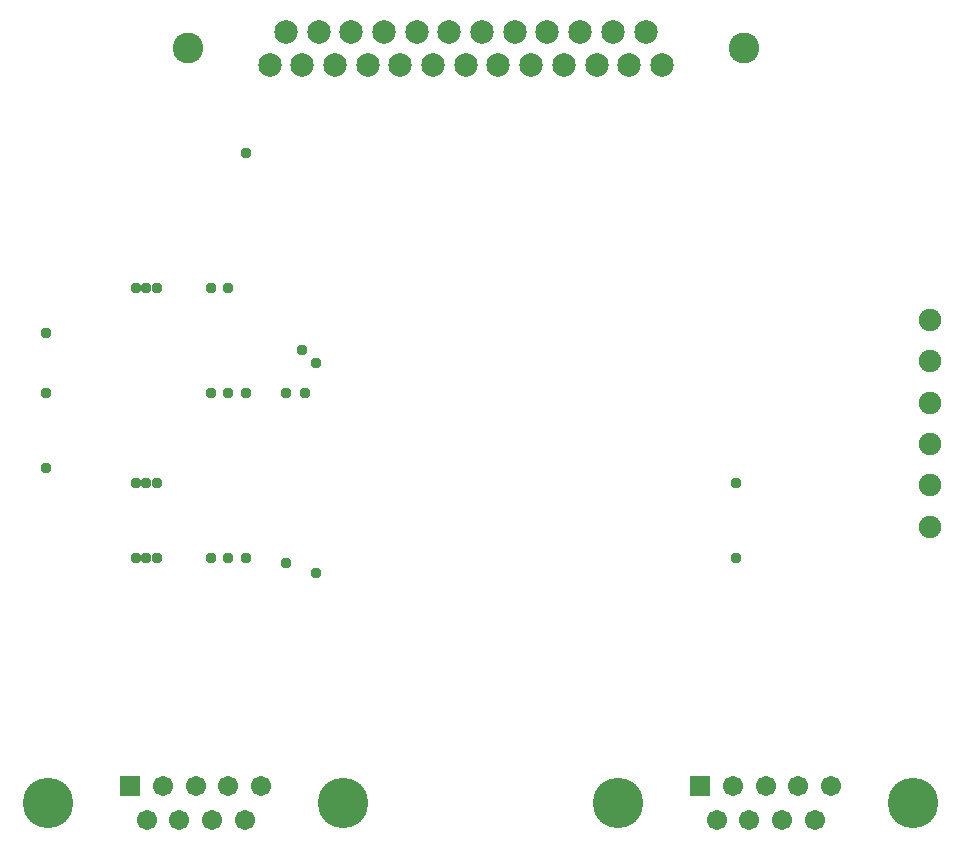
<source format=gbr>
G04 EAGLE Gerber RS-274X export*
G75*
%MOMM*%
%FSLAX34Y34*%
%LPD*%
%INSoldermask Bottom*%
%IPPOS*%
%AMOC8*
5,1,8,0,0,1.08239X$1,22.5*%
G01*
%ADD10C,1.993900*%
%ADD11C,2.603500*%
%ADD12C,1.711200*%
%ADD13R,1.711200X1.711200*%
%ADD14C,4.269200*%
%ADD15C,1.903200*%
%ADD16C,0.959600*%


D10*
X431800Y912876D03*
X404114Y912876D03*
X376428Y912876D03*
X348742Y912876D03*
X321056Y912876D03*
X293370Y912876D03*
X265684Y912876D03*
X459486Y912876D03*
X487172Y912876D03*
X514858Y912876D03*
X542544Y912876D03*
X570230Y912876D03*
X597916Y912876D03*
X279527Y941324D03*
X307213Y941324D03*
X334899Y941324D03*
X362585Y941324D03*
X390271Y941324D03*
X417957Y941324D03*
X445643Y941324D03*
X473329Y941324D03*
X501015Y941324D03*
X528701Y941324D03*
X556387Y941324D03*
X584073Y941324D03*
D11*
X667004Y927100D03*
X196596Y927100D03*
D12*
X161650Y274090D03*
X189350Y274090D03*
X217050Y274090D03*
X244750Y274090D03*
X258600Y302490D03*
X230900Y302490D03*
X203200Y302490D03*
X175500Y302490D03*
D13*
X147800Y302490D03*
D14*
X78250Y288290D03*
X328150Y288290D03*
D12*
X644250Y274090D03*
X671950Y274090D03*
X699650Y274090D03*
X727350Y274090D03*
X741200Y302490D03*
X713500Y302490D03*
X685800Y302490D03*
X658100Y302490D03*
D13*
X630400Y302490D03*
D14*
X560850Y288290D03*
X810750Y288290D03*
D15*
X824500Y697100D03*
X824500Y662100D03*
X824500Y627100D03*
X824500Y592100D03*
X824500Y557100D03*
X824500Y522100D03*
D16*
X76200Y571500D03*
X76200Y635000D03*
X76200Y685800D03*
X279400Y491688D03*
X279400Y635000D03*
X293266Y671934D03*
X304800Y482600D03*
X295712Y635000D03*
X304800Y660400D03*
X245900Y495300D03*
X245900Y635000D03*
X245900Y838200D03*
X230900Y495300D03*
X230900Y635000D03*
X230900Y723900D03*
X152400Y495300D03*
X152400Y558800D03*
X152400Y723900D03*
X161488Y495300D03*
X161488Y558800D03*
X161488Y723900D03*
X660400Y495300D03*
X660400Y558800D03*
X215900Y495300D03*
X215900Y635000D03*
X215900Y723900D03*
X170576Y495300D03*
X170576Y558800D03*
X170576Y723900D03*
M02*

</source>
